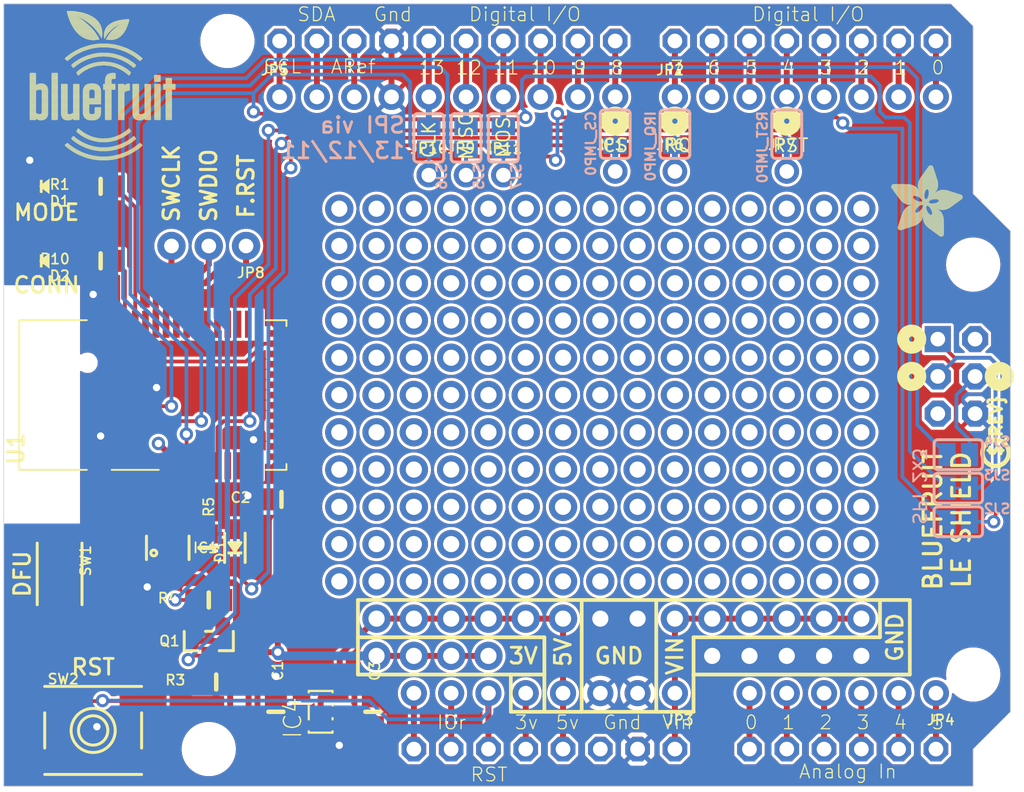
<source format=kicad_pcb>
(kicad_pcb (version 20221018) (generator pcbnew)
  (layers (0 "F.Cu" signal) (31 "B.Cu" signal) (34 "B.Paste" user) (35 "F.Paste" user) (36 "B.SilkS" user "B.Silkscreen") (37 "F.SilkS" user "F.Silkscreen") (38 "B.Mask" user) (39 "F.Mask" user) (44 "Edge.Cuts" user))
  (net 0 "")
  (net 1 "GND")
  (net 2 "RESET")
  (net 3 "N$11")
  (net 4 "N$12")
  (net 5 "N$14")
  (net 6 "N$15")
  (net 7 "N$16")
  (net 8 "N$17")
  (net 9 "VIN")
  (net 10 "IOREF")
  (net 11 "NC")
  (net 12 "A5")
  (net 13 "A4")
  (net 14 "A3")
  (net 15 "A2")
  (net 16 "A1")
  (net 17 "A0")
  (net 18 "SCL")
  (net 19 "SDA")
  (net 20 "AREF")
  (net 21 "N$36")
  (net 22 "N$37")
  (net 23 "DCC")
  (net 24 "DEC2")
  (net 25 "MOSI_3V")
  (net 26 "MISO")
  (net 27 "SCK_3V")
  (net 28 "BLE_CS_3V")
  (net 29 "BLE_IRQ")
  (net 30 "SWCLK")
  (net 31 "SWDIO/RST")
  (net 32 "MODE")
  (net 33 "CONNECTED")
  (net 34 "N$5")
  (net 35 "N$6")
  (net 36 "DFU")
  (net 37 "FCTRYRST")
  (net 38 "D8")
  (net 39 "D7")
  (net 40 "D4")
  (net 41 "MOSI_ICSP")
  (net 42 "SCK_ICSP")
  (net 43 "D13")
  (net 44 "D11")
  (net 45 "D12")
  (net 46 "MISO_ICSP")
  (net 47 "SCK")
  (net 48 "MOSI")
  (net 49 "3.3V")
  (net 50 "BLE_RST")
  (net 51 "BLE_CS")
  (net 52 "N$2")
  (net 53 "N$3")
  (net 54 "N$4")
  (net 55 "N$7")
  (net 56 "N$9")
  (net 57 "N$31")
  (net 58 "N$32")
  (net 59 "N$33")
  (net 60 "N$34")
  (net 61 "N$35")
  (net 62 "N$38")
  (net 63 "N$40")
  (net 64 "N$41")
  (net 65 "N$42")
  (net 66 "N$43")
  (net 67 "N$44")
  (net 68 "N$45")
  (net 69 "N$46")
  (net 70 "N$47")
  (net 71 "N$48")
  (net 72 "N$49")
  (net 73 "N$50")
  (net 74 "N$51")
  (net 75 "N$57")
  (net 76 "N$58")
  (net 77 "N$59")
  (net 78 "N$60")
  (net 79 "N$61")
  (net 80 "N$62")
  (net 81 "N$63")
  (net 82 "N$64")
  (net 83 "N$65")
  (net 84 "N$66")
  (net 85 "N$67")
  (net 86 "N$68")
  (net 87 "N$69")
  (net 88 "N$70")
  (net 89 "N$71")
  (net 90 "N$72")
  (net 91 "N$73")
  (net 92 "N$74")
  (net 93 "N$75")
  (net 94 "N$76")
  (net 95 "N$77")
  (net 96 "N$78")
  (net 97 "N$79")
  (net 98 "N$80")
  (net 99 "N$81")
  (net 100 "N$82")
  (net 101 "N$83")
  (net 102 "N$84")
  (net 103 "N$87")
  (net 104 "N$88")
  (net 105 "N$89")
  (net 106 "N$90")
  (net 107 "N$91")
  (net 108 "N$92")
  (net 109 "N$93")
  (net 110 "N$94")
  (net 111 "N$95")
  (net 112 "N$96")
  (net 113 "N$97")
  (net 114 "N$98")
  (net 115 "N$99")
  (net 116 "N$100")
  (net 117 "N$101")
  (net 118 "N$102")
  (net 119 "N$103")
  (net 120 "N$104")
  (net 121 "N$105")
  (net 122 "N$108")
  (net 123 "N$109")
  (net 124 "N$110")
  (net 125 "N$111")
  (net 126 "N$112")
  (net 127 "N$113")
  (net 128 "N$114")
  (net 129 "N$115")
  (net 130 "N$116")
  (net 131 "N$117")
  (net 132 "N$120")
  (net 133 "N$121")
  (net 134 "N$122")
  (net 135 "N$123")
  (net 136 "N$124")
  (net 137 "N$125")
  (net 138 "N$126")
  (net 139 "N$127")
  (net 140 "N$128")
  (net 141 "N$129")
  (net 142 "N$132")
  (net 143 "N$133")
  (net 144 "N$134")
  (net 145 "N$135")
  (net 146 "N$136")
  (net 147 "N$137")
  (net 148 "N$138")
  (net 149 "N$139")
  (net 150 "N$140")
  (net 151 "N$141")
  (net 152 "N$144")
  (net 153 "N$145")
  (net 154 "N$146")
  (net 155 "N$147")
  (net 156 "N$148")
  (net 157 "N$149")
  (net 158 "N$150")
  (net 159 "N$151")
  (net 160 "N$152")
  (net 161 "N$153")
  (net 162 "N$154")
  (net 163 "N$155")
  (net 164 "N$156")
  (net 165 "N$157")
  (net 166 "N$158")
  (net 167 "N$159")
  (net 168 "N$160")
  (net 169 "N$161")
  (net 170 "N$162")
  (net 171 "N$163")
  (net 172 "N$166")
  (net 173 "N$167")
  (net 174 "N$168")
  (net 175 "N$169")
  (net 176 "N$170")
  (net 177 "N$171")
  (net 178 "N$176")
  (net 179 "N$177")
  (net 180 "N$178")
  (net 181 "N$179")
  (net 182 "N$180")
  (net 183 "N$181")
  (net 184 "N$182")
  (net 185 "N$183")
  (net 186 "N$184")
  (net 187 "N$18")
  (net 188 "N$39")
  (net 189 "N$52")
  (net 190 "N$53")
  (net 191 "N$54")
  (net 192 "+5V")
  (net 193 "N$1")
  (net 194 "N$55")
  (net 195 "N$56")
  (net 196 "N$85")
  (net 197 "N$86")
  (net 198 "N$106")
  (net 199 "N$107")
  (net 200 "N$118")
  (net 201 "N$119")
  (net 202 "N$130")
  (net 203 "N$131")
  (net 204 "N$142")
  (net 205 "N$143")
  (net 206 "N$164")
  (net 207 "N$165")
  (net 208 "N$172")
  (net 209 "N$173")
  (net 210 "N$174")
  (net 211 "N$175")
  (net 212 "N$185")
  (net 213 "N$186")
  (net 214 "N$187")
  (net 215 "N$188")
  (net 216 "N$189")
  (net 217 "N$190")
  (net 218 "+3V")
  (footprint "" (layer "F.Cu") (at 180.2511 96.1136)
    (fp_text reference "@HOLE1" hide)
    (fp_text value "")
  )
  (footprint "working:BTN_KMR2_4.6X2.8" (layer "F.Cu") (at 118.0211 117.1956 -90)
    (fp_text reference "SW1")
    (fp_text value "KMR2")
  )
  (footprint "working:SOT23-6" (layer "F.Cu") (at 125.3871 115.4176)
    (fp_text reference "IC1")
    (fp_text value "74LVC2G34DBVR")
  )
  (footprint "working:BLUEFRUITLOGO_100MM" (layer "F.Cu") (at 115.9891 89.0016)
    (fp_text reference "U$8" hide)
    (fp_text value "" hide)
  )
  (footprint "working:0805-NO" (layer "F.Cu") (at 128.6891 124.5616 180)
    (fp_text reference "R3")
    (fp_text value "100K")
  )
  (footprint "working:EVQ-Q2" (layer "F.Cu") (at 120.3071 127.8636)
    (fp_text reference "SW2")
    (fp_text value "Tactile")
  )
  (footprint "working:SOT23-5L" (layer "F.Cu") (at 135.8011 126.5936 90)
    (fp_text reference "IC4")
    (fp_text value "MIC5225-3.3")
  )
  (footprint "working:1X01_ROUND" (layer "F.Cu") (at 167.5511 89.7636)
    (fp_text reference "JP7")
    (fp_text value "")
  )
  (footprint "working:0805-NO" (layer "F.Cu") (at 139.3571 126.5936 90)
    (fp_text reference "C3")
    (fp_text value "10uF")
  )
  (footprint "working:ARDUINOR3_ICSP_NODIM" (layer "F.Cu") (at 114.2111 131.6736)
    (fp_text reference "M1" hide)
    (fp_text value "ARDUINO_R3_ICSP_NODIM" hide)
  )
  (footprint "working:0805-NO" (layer "F.Cu") (at 120.8151 90.7796 180)
    (fp_text reference "R1")
    (fp_text value "2K")
  )
  (footprint "working:1X01_ROUND" (layer "F.Cu") (at 145.7071 90.0176)
    (fp_text reference "JP9")
    (fp_text value "")
  )
  (footprint "working:1X01_ROUND" (layer "F.Cu") (at 143.1671 90.0176)
    (fp_text reference "JP10")
    (fp_text value "")
  )
  (footprint "working:1X03_ROUND_76" (layer "F.Cu") (at 128.1811 94.8436 180)
    (fp_text reference "JP8")
    (fp_text value "SWDIO")
  )
  (footprint "working:FIDUCIAL_1MM" (layer "F.Cu") (at 177.9651 87.2236)
    (fp_text reference "FID1" hide)
    (fp_text value "FIDUCIAL\"\"" hide)
  )
  (footprint "working:PCBFEAT-REV-040" (layer "F.Cu") (at 181.7751 108.9406 90)
    (fp_text reference "U$21" hide)
    (fp_text value "" hide)
  )
  (footprint "working:BLE_MODULE_RAYTAC_MDBT40" (layer "F.Cu") (at 124.3711 105.0036 90)
    (fp_text reference "U1")
    (fp_text value "MBT40")
  )
  (footprint "working:ADAFRUIT_5MM" (layer "F.Cu") (at 174.6631 94.2086)
    (fp_text reference "U$9" hide)
    (fp_text value "" hide)
  )
  (footprint "" (layer "F.Cu") (at 128.1811 129.1336)
    (fp_text reference "@HOLE0" hide)
    (fp_text value "")
  )
  (footprint "" (layer "F.Cu") (at 180.2511 124.0536)
    (fp_text reference "@HOLE2" hide)
    (fp_text value "")
  )
  (footprint "working:0805-NO" (layer "F.Cu") (at 132.7531 126.5936 90)
    (fp_text reference "C1")
    (fp_text value "10uF")
  )
  (footprint "working:SOD-323" (layer "F.Cu") (at 129.9591 115.4176 90)
    (fp_text reference "D3")
    (fp_text value "1N4148")
  )
  (footprint "working:1X06_ROUND_70" (layer "F.Cu") (at 171.3611 125.3236 180)
    (fp_text reference "JP4")
    (fp_text value "")
  )
  (footprint "working:1X01_ROUND" (layer "F.Cu") (at 155.8671 89.7636)
    (fp_text reference "JP1")
    (fp_text value "")
  )
  (footprint "working:0805-NO" (layer "F.Cu") (at 133.1341 112.1156 180)
    (fp_text reference "C2")
    (fp_text value "1.0uF")
  )
  (footprint "working:0805-NO" (layer "F.Cu") (at 120.8151 95.8596 180)
    (fp_text reference "R10")
    (fp_text value "2K")
  )
  (footprint "working:1X10_ROUND70" (layer "F.Cu") (at 144.4371 84.6836)
    (fp_text reference "JP5")
    (fp_text value "")
  )
  (footprint "working:1X01_ROUND" (layer "F.Cu") (at 159.9311 89.7636)
    (fp_text reference "JP6")
    (fp_text value "")
  )
  (footprint "working:SOT23-WIDE" (layer "F.Cu") (at 128.1811 121.7676 180)
    (fp_text reference "Q1")
    (fp_text value "BSS138")
  )
  (footprint "working:FIDUCIAL_1MM" (layer "F.Cu") (at 179.7431 127.3556)
    (fp_text reference "FID2" hide)
    (fp_text value "FIDUCIAL\"\"" hide)
  )
  (footprint "working:1X08_ROUND_70" (layer "F.Cu") (at 168.8211 84.6836)
    (fp_text reference "JP2")
    (fp_text value "")
  )
  (footprint "working:1X01_ROUND" (layer "F.Cu") (at 148.2471 90.0176)
    (fp_text reference "JP11")
    (fp_text value "")
  )
  (footprint "working:CHIPLED_0805_NOOUTLINE" (layer "F.Cu") (at 117.0051 95.8596 90)
    (fp_text reference "D2")
    (fp_text value "BLUE")
  )
  (footprint "working:1X08_ROUND_70" (layer "F.Cu") (at 151.0411 125.3236 180)
    (fp_text reference "JP3")
    (fp_text value "")
  )
  (footprint "working:FIDUCIAL_1MM" (layer "F.Cu") (at 115.9891 80.4926)
    (fp_text reference "FID3" hide)
    (fp_text value "FIDUCIAL\"\"" hide)
  )
  (footprint "working:0805-NO" (layer "F.Cu") (at 128.1811 118.9736 180)
    (fp_text reference "R4")
    (fp_text value "100K")
  )
  (footprint "working:CHIPLED_0805_NOOUTLINE" (layer "F.Cu") (at 117.0051 90.7796 90)
    (fp_text reference "D1")
    (fp_text value "RED")
  )
  (footprint "" (layer "F.Cu") (at 129.4511 80.8736)
    (fp_text reference "@HOLE3" hide)
    (fp_text value "")
  )
  (footprint "working:0805-NO" (layer "F.Cu") (at 128.0541 115.4176 90)
    (fp_text reference "R5")
    (fp_text value "100K")
  )
  (footprint "working:SOLDERJUMPER_CLOSEDWIRE" (layer "B.Cu") (at 155.8671 87.2236 -90)
    (fp_text reference "CS_JMP0")
    (fp_text value "")
  )
  (footprint "working:SOLDERJUMPER_REFLOW_NOPASTE" (layer "B.Cu") (at 143.1671 87.4776 90)
    (fp_text reference "SJ6")
    (fp_text value "D13_SCLK")
  )
  (footprint "working:SOLDERJUMPER_REFLOW_NOPASTE" (layer "B.Cu") (at 148.2471 87.4776 90)
    (fp_text reference "SJ7")
    (fp_text value "D11_MOSI")
  )
  (footprint "working:SOLDERJUMPER_REFLOW_NOPASTE" (layer "B.Cu") (at 145.7071 87.4776 90)
    (fp_text reference "SJ5")
    (fp_text value "D12_MISO")
  )
  (footprint "working:SOLDERJUMPER_CLOSEDWIRE" (layer "B.Cu") (at 179.2351 113.6396 180)
    (fp_text reference "SJ2")
    (fp_text value "ICSP_MISO")
  )
  (footprint "working:SOLDERJUMPER_CLOSEDWIRE" (layer "B.Cu") (at 179.2351 111.3536 180)
    (fp_text reference "SJ3")
    (fp_text value "ISCP_SCLK")
  )
  (footprint "working:SOLDERJUMPER_CLOSEDWIRE" (layer "B.Cu") (at 159.9311 87.2236 -90)
    (fp_text reference "IRQ_JMP0")
    (fp_text value "")
  )
  (footprint "working:SOLDERJUMPER_CLOSEDWIRE" (layer "B.Cu") (at 167.5511 87.2236 -90)
    (fp_text reference "RST_JMP0")
    (fp_text value "")
  )
  (footprint "working:SOLDERJUMPER_CLOSEDWIRE" (layer "B.Cu") (at 179.2351 109.0676 180)
    (fp_text reference "SJ4")
    (fp_text value "ICSP_MOSI")
  )
  (gr_line (start 138.3411 124.0536) (end 148.7551 124.0536) (stroke (width 0.254)) (layer "F.SilkS"))
  (gr_line (start 153.5811 118.9736) (end 158.6611 118.9736) (stroke (width 0.254)) (layer "F.SilkS"))
  (gr_line (start 148.7551 126.5936) (end 151.0411 126.5936) (stroke (width 0.254)) (layer "F.SilkS"))
  (gr_line (start 151.0411 121.5136) (end 138.3411 121.5136) (stroke (width 0.254)) (layer "F.SilkS"))
  (gr_line (start 153.5811 118.9736) (end 138.3411 118.9736) (stroke (width 0.254)) (layer "F.SilkS"))
  (gr_circle (center 155.8671 86.3346) (end 156.046703 86.3346) (stroke (width 0.8128)) (fill none) (layer "F.SilkS"))
  (gr_circle (center 176.0601 103.7336) (end 176.239703 103.7336) (stroke (width 0.8128)) (fill none) (layer "F.SilkS"))
  (gr_line (start 161.2011 121.5136) (end 161.2011 124.0536) (stroke (width 0.254)) (layer "F.SilkS"))
  (gr_line (start 173.9011 118.9736) (end 173.9011 121.5136) (stroke (width 0.254)) (layer "F.SilkS"))
  (gr_line (start 148.7551 124.0536) (end 148.7551 126.5936) (stroke (width 0.254)) (layer "F.SilkS"))
  (gr_line (start 153.5811 126.5936) (end 153.5811 118.9736) (stroke (width 0.254)) (layer "F.SilkS"))
  (gr_circle (center 159.9311 86.3346) (end 160.110703 86.3346) (stroke (width 0.8128)) (fill none) (layer "F.SilkS"))
  (gr_line (start 151.0411 124.0536) (end 151.0411 126.5936) (stroke (width 0.254)) (layer "F.SilkS"))
  (gr_line (start 161.2011 126.5936) (end 158.6611 126.5936) (stroke (width 0.254)) (layer "F.SilkS"))
  (gr_line (start 175.9331 124.0536) (end 175.9331 118.9736) (stroke (width 0.254)) (layer "F.SilkS"))
  (gr_line (start 153.5811 126.5936) (end 158.6611 126.5936) (stroke (width 0.254)) (layer "F.SilkS"))
  (gr_line (start 173.9011 121.5136) (end 161.2011 121.5136) (stroke (width 0.254)) (layer "F.SilkS"))
  (gr_line (start 148.7551 124.0536) (end 151.0411 124.0536) (stroke (width 0.254)) (layer "F.SilkS"))
  (gr_line (start 175.9331 124.0536) (end 161.2011 124.0536) (stroke (width 0.254)) (layer "F.SilkS"))
  (gr_circle (center 176.0601 101.1936) (end 176.239703 101.1936) (stroke (width 0.8128)) (fill none) (layer "F.SilkS"))
  (gr_line (start 161.2011 124.0536) (end 161.2011 126.5936) (stroke (width 0.254)) (layer "F.SilkS"))
  (gr_circle (center 182.0291 103.7336) (end 182.208703 103.7336) (stroke (width 0.8128)) (fill none) (layer "F.SilkS"))
  (gr_circle (center 167.5511 86.3346) (end 167.730703 86.3346) (stroke (width 0.8128)) (fill none) (layer "F.SilkS"))
  (gr_line (start 175.9331 118.9736) (end 173.9011 118.9736) (stroke (width 0.254)) (layer "F.SilkS"))
  (gr_line (start 158.6611 118.9736) (end 173.9011 118.9736) (stroke (width 0.254)) (layer "F.SilkS"))
  (gr_line (start 151.0411 124.0536) (end 151.0411 121.5136) (stroke (width 0.254)) (layer "F.SilkS"))
  (gr_line (start 138.3411 121.5136) (end 138.3411 124.0536) (stroke (width 0.254)) (layer "F.SilkS"))
  (gr_line (start 158.6611 118.9736) (end 158.6611 126.5936) (stroke (width 0.254)) (layer "F.SilkS"))
  (gr_line (start 151.0411 126.5936) (end 153.5811 126.5936) (stroke (width 0.254)) (layer "F.SilkS"))
  (gr_line (start 138.3411 118.9736) (end 138.3411 121.5136) (stroke (width 0.254)) (layer "F.SilkS"))
  (gr_line (start 114.2111 131.6736) (end 180.2511 131.6736) (stroke (width 0.05)) (layer "Edge.Cuts"))
  (gr_line (start 182.7911 93.8276) (end 180.2511 91.2876) (stroke (width 0.05)) (layer "Edge.Cuts"))
  (gr_line (start 180.2511 131.6736) (end 180.2511 129.1336) (stroke (width 0.05)) (layer "Edge.Cuts"))
  (gr_line (start 182.7911 126.5936) (end 182.7911 93.8276) (stroke (width 0.05)) (layer "Edge.Cuts"))
  (gr_line (start 178.7271 78.3336) (end 114.2111 78.3336) (stroke (width 0.05)) (layer "Edge.Cuts"))
  (gr_line (start 180.2511 129.1336) (end 182.7911 126.5936) (stroke (width 0.05)) (layer "Edge.Cuts"))
  (gr_line (start 114.2111 78.3336) (end 114.2111 131.6736) (stroke (width 0.05)) (layer "Edge.Cuts"))
  (gr_line (start 180.2511 79.8576) (end 178.7271 78.3336) (stroke (width 0.05)) (layer "Edge.Cuts"))
  (gr_line (start 180.2511 91.2876) (end 180.2511 79.8576) (stroke (width 0.05)) (layer "Edge.Cuts"))
  (gr_text "SPI 2x3" (at 176.5681 111.2266 -90) (layer "B.SilkS") (effects (font (size 0.88392 0.88392) (thickness 0.13208)) (justify mirror)))
  (gr_text "SPI via\n13/12/11" (at 141.6431 87.4776) (layer "B.SilkS") (effects (font (size 1.0795 1.0795) (thickness 0.1905)) (justify left mirror)))
  (gr_text "RST" (at 120.3071 123.5456) (layer "F.SilkS") (effects (font (size 1.0795 1.0795) (thickness 0.1905))))
  (gr_text "MODE" (at 117.1321 92.5576) (layer "F.SilkS") (effects (font (size 1.0795 1.0795) (thickness 0.1905))))
  (gr_text "RST" (at 167.8051 87.9856) (layer "F.SilkS") (effects (font (size 0.89408 0.89408) (thickness 0.12192))))
  (gr_text "MOSI" (at 148.2471 87.2236 90) (layer "F.SilkS") (effects (font (size 0.89408 0.89408) (thickness 0.12192))))
  (gr_text "IRQ" (at 159.9311 87.9856) (layer "F.SilkS") (effects (font (size 0.89408 0.89408) (thickness 0.12192))))
  (gr_text "CLK" (at 143.1671 87.6046 90) (layer "F.SilkS") (effects (font (size 0.89408 0.89408) (thickness 0.12192))))
  (gr_text "SWCLK" (at 125.6411 93.3196 90) (layer "F.SilkS") (effects (font (size 1.0668 1.0668) (thickness 0.2032)) (justify left)))
  (gr_text "CS" (at 155.8671 87.9856) (layer "F.SilkS") (effects (font (size 0.89408 0.89408) (thickness 0.12192))))
  (gr_text "CONN" (at 117.1321 97.5106) (layer "F.SilkS") (effects (font (size 1.0795 1.0795) (thickness 0.1905))))
  (gr_text "5V" (at 152.3111 122.5296 90) (layer "F.SilkS") (effects (font (size 1.0795 1.0795) (thickness 0.1905))))
  (gr_text "BLUEFRUIT\nLE SHIELD" (at 178.4731 113.5126 90) (layer "F.SilkS") (effects (font (size 1.20904 1.20904) (thickness 0.21336))))
  (gr_text "VIN" (at 159.9311 122.7836 90) (layer "F.SilkS") (effects (font (size 1.0795 1.0795) (thickness 0.1905))))
  (gr_text "GND" (at 156.1211 122.7836) (layer "F.SilkS") (effects (font (size 1.0795 1.0795) (thickness 0.1905))))
  (gr_text "F.RST" (at 130.7211 93.0656 90) (layer "F.SilkS") (effects (font (size 1.0668 1.0668) (thickness 0.2032)) (justify left)))
  (gr_text "SWDIO" (at 128.1811 93.3196 90) (layer "F.SilkS") (effects (font (size 1.0668 1.0668) (thickness 0.2032)) (justify left)))
  (gr_text "MISO" (at 145.7071 87.3506 90) (layer "F.SilkS") (effects (font (size 0.89408 0.89408) (thickness 0.12192))))
  (gr_text "3V" (at 148.5011 122.7836) (layer "F.SilkS") (effects (font (size 1.0795 1.0795) (thickness 0.1905)) (justify left)))
  (gr_text "GND" (at 174.9171 123.2916 90) (layer "F.SilkS") (effects (font (size 1.0795 1.0795) (thickness 0.1905)) (justify left)))
  (gr_text "DFU" (at 115.4811 117.1956 90) (layer "F.SilkS") (effects (font (size 1.0795 1.0795) (thickness 0.1905))))
  (segment (start 140.6271 80.8736) (end 140.6271 84.6836) (width 0.4064) (layer "F.Cu") (net 1))
  (via (at 132.7531 124.1806) (size 0.9064) (drill 0.5) (layers "F.Cu" "B.Cu") (net 1))
  (via (at 167.5511 122.7836) (size 1.9304) (drill 1.1) (layers "F.Cu" "B.Cu") (net 1))
  (via (at 157.3911 120.2436) (size 1.9304) (drill 1.1) (layers "F.Cu" "B.Cu") (net 1))
  (via (at 124.6251 104.4956) (size 0.9064) (drill 0.5) (layers "F.Cu" "B.Cu") (net 1))
  (via (at 131.2291 108.0516) (size 0.9064) (drill 0.5) (layers "F.Cu" "B.Cu") (net 1))
  (via (at 120.5611 127.6096) (size 0.9064) (drill 0.5) (layers "F.Cu" "B.Cu") (net 1))
  (via (at 165.0111 122.7836) (size 1.9304) (drill 1.1) (layers "F.Cu" "B.Cu") (net 1))
  (via (at 120.3071 98.1456) (size 0.9064) (drill 0.5) (layers "F.Cu" "B.Cu") (net 1))
  (via (at 123.9901 118.0846) (size 0.9064) (drill 0.5) (layers "F.Cu" "B.Cu") (net 1))
  (via (at 120.8151 107.7976) (size 0.9064) (drill 0.5) (layers "F.Cu" "B.Cu") (net 1))
  (via (at 172.6311 122.7836) (size 1.9304) (drill 1.1) (layers "F.Cu" "B.Cu") (net 1))
  (via (at 130.8481 111.8616) (size 0.9064) (drill 0.5) (layers "F.Cu" "B.Cu") (net 1))
  (via (at 170.0911 122.7836) (size 1.9304) (drill 1.1) (layers "F.Cu" "B.Cu") (net 1))
  (via (at 162.4711 122.7836) (size 1.9304) (drill 1.1) (layers "F.Cu" "B.Cu") (net 1))
  (via (at 115.9891 89.0016) (size 0.9064) (drill 0.5) (layers "F.Cu" "B.Cu") (net 1))
  (via (at 154.8511 120.2436) (size 1.9304) (drill 1.1) (layers "F.Cu" "B.Cu") (net 1))
  (via (at 137.0711 128.8796) (size 0.9064) (drill 0.5) (layers "F.Cu" "B.Cu") (net 1))
  (segment (start 120.9741 125.8636) (end 120.9421 125.8316) (width 0.254) (layer "F.Cu") (net 2))
  (segment (start 116.9071 125.8636) (end 120.9101 125.8636) (width 0.254) (layer "F.Cu") (net 2))
  (segment (start 120.9101 125.8636) (end 120.9421 125.8316) (width 0.254) (layer "F.Cu") (net 2))
  (segment (start 147.2311 129.1336) (end 147.2311 125.3236) (width 0.4064) (layer "F.Cu") (net 2))
  (segment (start 123.7071 125.8636) (end 120.9741 125.8636) (width 0.254) (layer "F.Cu") (net 2))
  (via (at 120.9421 125.8316) (size 0.9064) (drill 0.5) (layers "F.Cu" "B.Cu") (net 2))
  (segment (start 120.9421 125.8316) (end 139.1031 125.8316) (width 0.254) (layer "B.Cu") (net 2))
  (segment (start 140.3731 127.1016) (end 146.7231 127.1016) (width 0.254) (layer "B.Cu") (net 2))
  (segment (start 146.7231 127.1016) (end 147.2311 126.5936) (width 0.254) (layer "B.Cu") (net 2))
  (segment (start 139.1031 125.8316) (end 140.3731 127.1016) (width 0.254) (layer "B.Cu") (net 2))
  (segment (start 147.2311 126.5936) (end 147.2311 125.3236) (width 0.254) (layer "B.Cu") (net 2))
  (segment (start 162.4711 80.8736) (end 162.4711 84.6836) (width 0.4064) (layer "F.Cu") (net 3))
  (segment (start 165.0111 80.8736) (end 165.0111 84.6836) (width 0.4064) (layer "F.Cu") (net 4))
  (segment (start 170.0911 80.8736) (end 170.0911 84.6836) (width 0.4064) (layer "F.Cu") (net 5))
  (segment (start 172.6311 80.8736) (end 172.6311 84.6836) (width 0.4064) (layer "F.Cu") (net 6))
  (segment (start 175.1711 80.8736) (end 175.1711 84.6836) (width 0.4064) (layer "F.Cu") (net 7))
  (segment (start 177.7111 80.8736) (end 177.7111 84.6836) (width 0.4064) (layer "F.Cu") (net 8))
  (segment (start 159.9311 120.2436) (end 162.4711 120.2436) (width 0.4064) (layer "F.Cu") (net 9))
  (segment (start 162.4711 120.2436) (end 165.0111 120.2436) (width 0.4064) (layer "F.Cu") (net 9))
  (segment (start 167.5511 120.2436) (end 170.0911 120.2436) (width 0.4064) (layer "F.Cu") (net 9))
  (segment (start 170.0911 120.2436) (end 172.6311 120.2436) (width 0.4064) (layer "F.Cu") (net 9))
  (segment (start 165.0111 120.2436) (end 167.5511 120.2436) (width 0.4064) (layer "F.Cu") (net 9))
  (segment (start 159.9311 125.3236) (end 159.9311 120.2436) (width 0.4064) (layer "F.Cu") (net 9))
  (segment (start 159.9311 125.3236) (end 159.9311 129.1336) (width 0.4064) (layer "F.Cu") (net 9))
  (via (at 162.4711 120.2436) (size 1.9304) (drill 1.1) (layers "F.Cu" "B.Cu") (net 9))
  (via (at 165.0111 120.2436) (size 1.9304) (drill 1.1) (layers "F.Cu" "B.Cu") (net 9))
  (via (at 170.0911 120.2436) (size 1.9304) (drill 1.1) (layers "F.Cu" "B.Cu") (net 9))
  (via (at 159.9311 120.2436) (size 1.9304) (drill 1.1) (layers "F.Cu" "B.Cu") (net 9))
  (via (at 167.5511 120.2436) (size 1.9304) (drill 1.1) (layers "F.Cu" "B.Cu") (net 9))
  (via (at 172.6311 120.2436) (size 1.9304) (drill 1.1) (layers "F.Cu" "B.Cu") (net 9))
  (segment (start 144.6911 125.3236) (end 144.6911 129.1336) (width 0.4064) (layer "F.Cu") (net 10))
  (segment (start 142.1511 125.3236) (end 142.1511 129.1336) (width 0.4064) (layer "F.Cu") (net 11))
  (segment (start 177.7111 129.1336) (end 177.7111 125.3236) (width 0.4064) (layer "F.Cu") (net 12))
  (segment (start 175.1711 125.3236) (end 175.1711 129.1336) (width 0.4064) (layer "F.Cu") (net 13))
  (segment (start 172.6311 125.3236) (end 172.6311 129.1336) (width 0.4064) (layer "F.Cu") (net 14))
  (segment (start 170.0911 125.3236) (end 170.0911 129.1336) (width 0.4064) (layer "F.Cu") (net 15))
  (segment (start 167.5511 125.3236) (end 167.5511 129.1336) (width 0.4064) (layer "F.Cu") (net 16))
  (segment (start 165.0111 125.3236) (end 165.0111 129.1336) (width 0.4064) (layer "F.Cu") (net 17))
  (segment (start 133.0071 84.6836) (end 133.0071 80.8736) (width 0.4064) (layer "F.Cu") (net 18))
  (segment (start 135.5471 84.6836) (end 135.5471 80.8736) (width 0.4064) (layer "F.Cu") (net 19))
  (segment (start 138.0871 84.6836) (end 138.0871 80.8736) (width 0.4064) (layer "F.Cu") (net 20))
  (segment (start 150.7871 80.8736) (end 150.7871 84.6836) (width 0.4064) (layer "F.Cu") (net 21))
  (segment (start 153.3271 80.8736) (end 153.3271 84.6836) (width 0.4064) (layer "F.Cu") (net 22))
  (segment (start 127.3711 113.0836) (end 127.3711 109.8286) (width 0.254) (layer "F.Cu") (net 25))
  (segment (start 126.3371 114.1176) (end 127.3711 113.0836) (width 0.254) (layer "F.Cu") (net 25))
  (segment (start 145.7071 88.7476) (end 145.7071 90.0176) (width 0.254) (layer "F.Cu") (net 26))
  (segment (start 151.8031 89.0016) (end 151.5491 88.7476) (width 0.254) (layer "F.Cu") (net 26))
  (segment (start 151.5491 88.7476) (end 145.7071 88.7476) (width 0.254) (layer "F.Cu") (net 26))
  (segment (start 126.6711 109.8286) (end 126.6711 107.6846) (width 0.254) (layer "F.Cu") (net 26))
  (segment (start 126.6711 107.6846) (end 126.6571 107.6706) (width 0.254) (layer "F.Cu") (net 26))
  (segment (start 152.0571 86.0806) (end 151.9301 85.9536) (width 0.254) (layer "F.Cu") (net 26))
  (segment (start 151.9301 85.9536) (end 151.9301 85.8266) (width 0.254) (layer "F.Cu") (net 26))
  (segment (start 170.9801 86.0806) (end 152.0571 86.0806) (width 0.254) (layer "F.Cu") (net 26))
  (segment (start 171.3611 86.4616) (end 170.9801 86.0806) (width 0.254) (layer "F.Cu") (net 26))
  (via (at 171.3611 86.4616) (size 0.9064) (drill 0.5) (layers "F.Cu" "B.Cu") (net 26))
  (via (at 151.8031 89.0016) (size 0.9064) (drill 0.5) (layers "F.Cu" "B.Cu") (net 26))
  (via (at 151.9301 85.8266) (size 0.9064) (drill 0.5) (layers "F.Cu" "B.Cu") (net 26))
  (via (at 126.6571 107.6706) (size 0.9064) (drill 0.5) (layers "F.Cu" "B.Cu") (net 26))
  (segment (start 125.1331 83.9216) (end 130.9751 83.9216) (width 0.254) (layer "B.Cu") (net 26))
  (segment (start 175.4251 86.8426) (end 171.7421 86.8426) (width 0.254) (layer "B.Cu") (net 26))
  (segment (start 126.6571 107.6706) (end 126.6571 101.9556) (width 0.254) (layer "B.Cu") (net 26))
  (segment (start 171.7421 86.8426) (end 171.3611 86.4616) (width 0.254) (layer "B.Cu") (net 26))
  (segment (start 151.9301 85.8266) (end 151.9301 88.8746) (width 0.254) (layer "B.Cu") (net 26))
  (segment (start 132.2451 82.6516) (end 143.9291 82.6516) (width 0.254) (layer "B.Cu") (net 26))
  (segment (start 144.6911 88.2396) (end 145.7071 88.2396) (width 0.254) (layer "B.Cu") (net 26))
  (segment (start 122.8471 86.2076) (end 125.1331 83.9216) (width 0.254) (layer "B.Cu") (net 26))
  (segment (start 151.9301 88.8746) (end 151.8031 89.0016) (width 0.254) (layer "B.Cu") (net 26))
  (segment (start 122.8471 98.1456) (end 122.8471 86.2076) (width 0.254) (layer "B.Cu") (net 26))
  (segment (start 144.4371 83.1596) (end 144.4371 87.9856) (width 0.254) (layer "B.Cu") (net 26))
  (segment (start 144.4371 87.9856) (end 144.6911 88.2396) (width 0.254) (layer "B.Cu") (net 26))
  (segment (start 175.4251 110.5916) (end 175.4251 86.8426) (width 0.254) (layer "B.Cu") (net 26))
  (segment (start 178.4731 113.6396) (end 175.4251 110.5916) (width 0.254) (layer "B.Cu") (net 26))
  (segment (start 145.7071 90.0176) (end 145.7071 88.2396) (width 0.254) (layer "B.Cu") (net 26))
  (segment (start 126.6571 101.9556) (end 122.8471 98.1456) (width 0.254) (layer "B.Cu") (net 26))
  (segment (start 130.9751 83.9216) (end 132.2451 82.6516) (width 0.254) (layer "B.Cu") (net 26))
  (segment (start 143.9291 82.6516) (end 144.4371 83.1596) (width 0.254) (layer "B.Cu") (net 26))
  (segment (start 124.4371 114.1176) (end 124.4371 111.5466) (width 0.254) (layer "F.Cu") (net 27))
  (segment (start 125.9711 108.2546) (end 125.9711 109.8286) (width 0.254) (layer "F.Cu") (net 27))
  (segment (start 123.8631 107.7976) (end 124.2441 107.4166) (width 0.254) (layer "F.Cu") (net 27))
  (segment (start 123.8631 110.9726) (end 123.8631 107.7976) (width 0.254) (layer "F.Cu") (net 27))
  (segment (start 124.2441 107.4166) (end 125.1331 107.4166) (width 0.254) (layer "F.Cu") (net 27))
  (segment (start 125.1331 107.4166) (end 125.9711 108.2546) (width 0.254) (layer "F.Cu") (net 27))
  (segment (start 124.4371 111.5466) (end 123.8631 110.9726) (width 0.254) (layer "F.Cu") (net 27))
  (segment (start 128.0541 114.4676) (end 129.6391 114.4676) (width 0.254) (layer "F.Cu") (net 28))
  (segment (start 129.6391 114.4676) (end 129.9591 114.1476) (width 0.254) (layer "F.Cu") (net 28))
  (segment (start 128.0711 114.4506) (end 128.0541 114.4676) (width 0.254) (layer "F.Cu") (net 28))
  (segment (start 128.0711 109.8286) (end 128.0711 114.4506) (width 0.254) (layer "F.Cu") (net 28))
  (segment (start 133.5151 87.4776) (end 133.1341 87.8586) (width 0.254) (layer "F.Cu") (net 29))
  (segment (start 130.9751 106.7816) (end 129.1971 106.7816) (width 0.254) (layer "F.Cu") (net 29))
  (segment (start 128.7711 109.8286) (end 128.7711 107.2076) (width 0.254) (layer "F.Cu") (net 29))
  (segment (start 159.9311 87.4776) (end 133.5151 87.4776) (width 0.254) (layer "F.Cu") (net 29))
  (segment (start 129.1971 106.7816) (end 128.7711 107.2076) (width 0.254) (layer "F.Cu") (net 29))
  (segment (start 159.9311 89.7636) (end 159.9311 87.4776) (width 0.254) (layer "F.Cu") (net 29))
  (via (at 133.1341 87.8586) (size 0.9064) (drill 0.5) (layers "F.Cu" "B.Cu") (net 29))
  (via (at 130.9751 106.7816) (size 0.9064) (drill 0.5) (layers "F.Cu" "B.Cu") (net 29))
  (segment (start 132.7531 88.2396) (end 132.7531 96.3676) (width 0.254) (layer "B.Cu") (net 29))
  (segment (start 132.7531 96.3676) (end 130.9751 98.1456) (width 0.254) (layer "B.Cu") (net 29))
  (segment (start 130.9751 98.1456) (end 130.9751 106.7816) (width 0.254) (layer "B.Cu") (net 29))
  (segment (start 159.9311 87.9856) (end 159.9311 89.7636) (width 0.4064) (layer "B.Cu") (net 29))
  (segment (start 133.1341 87.8586) (end 132.7531 88.2396) (width 0.254) (layer "B.Cu") (net 29))
  (segment (start 124.5711 97.1836) (end 125.6411 96.1136) (width 0.4064) (layer "F.Cu") (net 30))
  (segment (start 125.6411 96.1136) (end 125.6411 94.8436) (width 0.4064) (layer "F.Cu") (net 30))
  (segment (start 124.5711 100.1786) (end 124.5711 97.1836) (width 0.4064) (layer "F.Cu") (net 30))
  (segment (start 127.2311 118.9736) (end 127.2311 120.7676) (width 0.254) (layer "F.Cu") (net 31))
  (segment (start 127.6731 96.6216) (end 128.1811 96.1136) (width 0.4064) (layer "F.Cu") (net 31))
  (segment (start 125.2711 100.1786) (end 125.2711 97.4996) (width 0.4064) (layer "F.Cu") (net 31))
  (segment (start 126.1491 96.6216) (end 127.6731 96.6216) (width 0.4064) (layer "F.Cu") (net 31))
  (segment (start 125.8951 118.9736) (end 127.2311 118.9736) (width 0.254) (layer "F.Cu") (net 31))
  (segment (start 128.1811 96.1136) (end 128.1811 94.8436) (width 0.4064) (layer "F.Cu") (net 31))
  (segment (start 125.2711 97.4996) (end 126.1491 96.6216) (width 0.4064) (layer "F.Cu") (net 31))
  (via (at 125.8951 118.9736) (size 0.9064) (drill 0.5) (layers "F.Cu" "B.Cu") (net 31))
  (segment (start 128.9431 100.6856) (end 128.1811 99.9236) (width 0.254) (layer "B.Cu") (net 31))
  (segment (start 128.1811 99.9236) (end 128.1811 94.8436) (width 0.254) (layer "B.Cu") (net 31))
  (segment (start 128.9431 100.6856) (end 128.9431 115.9256) (width 0.254) (layer "B.Cu") (net 31))
  (segment (start 128.9431 115.9256) (end 125.8951 118.9736) (width 0.254) (layer "B.Cu") (net 31))
  (segment (start 123.1711 92.1856) (end 121.7651 90.7796) (width 0.254) (layer "F.Cu") (net 32))
  (segment (start 123.1711 100.1786) (end 123.1711 92.1856) (width 0.254) (layer "F.Cu") (net 32))
  (segment (start 122.4711 100.1786) (end 122.4711 96.5656) (width 0.254) (layer "F.Cu") (net 33))
  (segment (start 122.4711 96.5656) (end 121.7651 95.8596) (width 0.254) (layer "F.Cu") (net 33))
  (segment (start 119.8651 90.7796) (end 118.0551 90.7796) (width 0.254) (layer "F.Cu") (net 34))
  (segment (start 119.8651 95.8596) (end 118.0551 95.8596) (width 0.254) (layer "F.Cu") (net 35))
  (segment (start 125.1331 102.7176) (end 122.3391 105.5116) (width 0.254) (layer "F.Cu") (net 36))
  (segment (start 130.7211 102.7176) (end 125.1331 102.7176) (width 0.254) (layer "F.Cu") (net 36))
  (segment (start 118.8211 115.1456) (end 118.8211 119.2456) (width 0.254) (layer "F.Cu") (net 36))
  (segment (start 118.8211 115.1456) (end 122.3391 111.6276) (width 0.254) (layer "F.Cu") (net 36))
  (segment (start 131.9351 101.5036) (end 130.7211 102.7176) (width 0.254) (layer "F.Cu") (net 36))
  (segment (start 133.1961 101.5036) (end 131.9351 101.5036) (width 0.254) (layer "F.Cu") (net 36))
  (segment (start 122.3391 105.5116) (end 122.3391 111.6276) (width 0.254) (layer "F.Cu") (net 36))
  (segment (start 125.9711 100.1786) (end 125.9711 97.8156) (width 0.4064) (layer "F.Cu") (net 37))
  (segment (start 130.7211 96.3676) (end 130.7211 94.8436) (width 0.4064) (layer "F.Cu") (net 37))
  (segment (start 128.6891 96.6216) (end 130.4671 96.6216) (width 0.4064) (layer "F.Cu") (net 37))
  (segment (start 125.9711 97.8156) (end 126.4031 97.3836) (width 0.4064) (layer "F.Cu") (net 37))
  (segment (start 126.4031 97.3836) (end 127.9271 97.3836) (width 0.4064) (layer "F.Cu") (net 37))
  (segment (start 130.4671 96.6216) (end 130.7211 96.3676) (width 0.4064) (layer "F.Cu") (net 37))
  (segment (start 127.9271 97.3836) (end 128.6891 96.6216) (width 0.4064) (layer "F.Cu") (net 37))
  (segment (start 155.8671 80.8736) (end 155.8671 84.6836) (width 0.4064) (layer "F.Cu") (net 38))
  (segment (start 155.8671 84.6836) (end 155.8671 86.4616) (width 0.4064) (layer "B.Cu") (net 38))
  (segment (start 159.9311 80.8736) (end 159.9311 84.6836) (width 0.4064) (layer "F.Cu") (net 39))
  (segment (start 159.9311 84.6836) (end 159.9311 86.4616) (width 0.4064) (layer "B.Cu") (net 39))
  (segment (start 167.5511 80.8736) (end 167.5511 84.6836) (width 0.4064) (layer "F.Cu") (net 40))
  (segment (start 167.5511 84.6836) (end 167.5511 86.4616) (width 0.4064) (layer "B.Cu") (net 40))
  (segment (start 179.1081 107.1626) (end 179.1081 105.0036) (width 0.254) (layer "B.Cu") (net 41))
  (segment (start 179.1081 105.0036) (end 180.3781 103.7336) (width 0.254) (layer "B.Cu") (net 41))
  (segment (start 179.9971 109.0676) (end 179.9971 108.0516) (width 0.254) (layer "B.Cu") (net 41))
  (segment (start 179.9971 108.0516) (end 179.1081 107.1626) (width 0.254) (layer "B.Cu") (net 41))
  (segment (start 180.6321 111.3536) (end 181.7751 110.2106) (width 0.254) (layer "B.Cu") (net 42))
  (segment (start 179.9971 111.3536) (end 180.6321 111.3536) (width 0.254) (layer "B.Cu") (net 42))
  (segment (start 181.3941 102.4636) (end 179.1081 102.4636) (width 0.254) (layer "B.Cu") (net 42))
  (segment (start 179.1081 102.4636) (end 177.8381 103.7336) (width 0.254) (layer "B.Cu") (net 42))
  (segment (start 181.7751 102.8446) (end 181.3941 102.4636) (width 0.254) (layer "B.Cu") (net 42))
  (segment (start 181.7751 110.2106) (end 181.7751 102.8446) (width 0.254) (layer "B.Cu") (net 42))
  (segment (start 143.1671 80.8736) (end 143.1671 84.6836) (width 0.4064) (layer "F.Cu") (net 43))
  (segment (start 143.1671 84.6836) (end 143.1671 86.7156) (width 0.4064) (layer "B.Cu") (net 43))
  (segment (start 148.2471 80.8736) (end 148.2471 84.6836) (width 0.4064) (layer "F.Cu") (net 44))
  (segment (start 148.2471 84.6836) (end 148.2471 86.7156) (width 0.4064) (layer "B.Cu") (net 44))
  (segment (start 145.7071 80.8736) (end 145.7071 84.6836) (width 0.4064) (layer "F.Cu") (net 45))
  (segment (start 145.7071 84.6836) (end 145.7071 86.7156) (width 0.4064) (layer "B.Cu") (net 45))
  (segment (start 181.6481 113.6396) (end 181.7751 113.5126) (width 0.254) (layer "F.Cu") (net 46))
  (segment (start 181.7751 113.5126) (end 181.7751 102.8446) (width 0.254) (layer "F.Cu") (net 46))
  (segment (start 177.8381 101.3206) (end 177.8381 101.1936) (width 0.254) (layer "F.Cu") (net 46))
  (segment (start 181.3941 102.4636) (end 178.9811 102.4636) (width 0.254) (layer "F.Cu") (net 46))
  (segment (start 181.7751 102.8446) (end 181.3941 102.4636) (width 0.254) (layer "F.Cu") (net 46))
  (segment (start 178.9811 102.4636) (end 177.8381 101.3206) (width 0.254) (layer "F.Cu") (net 46))
  (via (at 181.6481 113.6396) (size 0.9064) (drill 0.5) (layers "F.Cu" "B.Cu") (net 46))
  (segment (start 179.9971 113.6396) (end 181.6481 113.6396) (width 0.254) (layer "B.Cu") (net 46))
  (segment (start 123.3551 115.6356) (end 124.4371 116.7176) (width 0.254) (layer "F.Cu") (net 47))
  (segment (start 149.6441 86.2076) (end 149.7711 86.0806) (width 0.254) (layer "F.Cu") (net 47))
  (segment (start 131.2291 85.6996) (end 131.3561 85.8266) (width 0.254) (layer "F.Cu") (net 47))
  (segment (start 124.1171 106.7816) (end 123.3551 107.5436) (width 0.254) (layer "F.Cu") (net 47))
  (segment (start 123.3551 107.5436) (end 123.3551 115.6356) (width 0.254) (layer "F.Cu") (net 47))
  (segment (start 132.8801 86.2076) (end 149.6441 86.2076) (width 0.254) (layer "F.Cu") (net 47))
  (segment (start 127.6731 106.7816) (end 124.1171 106.7816) (width 0.254) (layer "F.Cu") (net 47))
  (segment (start 132.4991 85.8266) (end 132.8801 86.2076) (width 0.254) (layer "F.Cu") (net 47))
  (segment (start 131.3561 85.8266) (end 132.4991 85.8266) (width 0.254) (layer "F.Cu") (net 47))
  (via (at 131.2291 85.6996) (size 0.9064) (drill 0.5) (layers "F.Cu" "B.Cu") (net 47))
  (via (at 127.6731 106.7816) (size 0.9064) (drill 0.5) (layers "F.Cu" "B.Cu") (net 47))
  (via (at 149.7711 86.0806) (size 0.9064) (drill 0.5) (layers "F.Cu" "B.Cu") (net 47))
  (segment (start 173.9011 83.9216) (end 173.2661 83.2866) (width 0.254) (layer "B.Cu") (net 47))
  (segment (start 141.8971 83.6676) (end 141.3891 83.1596) (width 0.254) (layer "B.Cu") (net 47))
  (segment (start 143.1671 88.2396) (end 143.1671 90.0176) (width 0.254) (layer "B.Cu") (net 47))
  (segment (start 141.8971 87.9856) (end 141.8971 83.6676) (width 0.254) (layer "B.Cu") (net 47))
  (segment (start 127.6731 106.7816) (end 127.6731 102.2096) (width 0.254) (layer "B.Cu") (net 47))
  (segment (start 149.7711 86.0806) (end 149.7711 85.6996) (width 0.254) (layer "B.Cu") (net 47))
  (segment (start 132.4991 83.1596) (end 131.2291 84.4296) (width 0.254) (layer "B.Cu") (net 47))
  (segment (start 175.9331 108.8136) (end 175.9331 86.4616) (width 0.254) (layer "B.Cu") (net 47))
  (segment (start 141.3891 83.1596) (end 132.4991 83.1596) (width 0.254) (layer "B.Cu") (net 47))
  (segment (start 173.9011 85.6996) (end 173.9011 83.9216) (width 0.254) (layer "B.Cu") (net 47))
  (segment (start 149.5171 83.5406) (end 149.7711 83.2866) (width 0.254) (layer "B.Cu") (net 47))
  (segment (start 175.5521 86.0806) (end 174.2821 86.0806) (width 0.254) (layer "B.Cu") (net 47))
  (segment (start 123.3551 97.8916) (end 123.3551 86.4616) (width 0.254) (layer "B.Cu") (net 47))
  (segment (start 149.5171 85.4456) (end 149.5171 83.5406) (width 0.254) (layer "B.Cu") (net 47))
  (segment (start 173.2661 83.2866) (end 149.7711 83.2866) (width 0.254) (layer "B.Cu") (net 47))
  (segment (start 149.7711 85.6996) (end 149.5171 85.4456) (width 0.254) (layer "B.Cu") (net 47))
  (segment (start 141.8971 87.9856) (end 142.1511 88.2396) (width 0.254) (layer "B.Cu") (net 47))
  (segment (start 125.3871 84.4296) (end 131.2291 84.4296) (width 0.254) (layer "B.Cu") (net 47))
  (segment (start 175.9331 86.4616) (end 175.5521 86.0806) (width 0.254) (layer "B.Cu") (net 47))
  (segment (start 142.1511 88.2396) (end 143.1671 88.2396) (width 0.254) (layer "B.Cu") (net 47))
  (segment (start 127.6731 102.2096) (end 123.3551 97.8916) (width 0.254) (layer "B.Cu") (net 47))
  (segment (start 123.3551 86.4616) (end 125.3871 84.4296) (width 0.254) (layer "B.Cu") (net 47))
  (segment (start 174.2821 86.0806) (end 173.9011 85.6996) (width 0.254) (layer "B.Cu") (net 47))
  (segment (start 178.4731 111.3536) (end 175.9331 108.8136) (width 0.254) (layer "B.Cu") (net 47))
  (segment (start 131.2291 84.4296) (end 131.2291 85.6996) (width 0.254) (layer "B.Cu") (net 47))
  (segment (start 124.3711 105.7656) (end 122.8471 107.2896) (width 0.254) (layer "F.Cu") (net 48))
  (segment (start 122.8471 107.2896) (end 122.8471 118.3386) (width 0.254) (layer "F.Cu") (net 48))
  (segment (start 125.6411 105.7656) (end 124.3711 105.7656) (width 0.254) (layer "F.Cu") (net 48))
  (segment (start 126.3371 117.3886) (end 126.3371 116.7176) (width 0.254) (layer "F.Cu") (net 48))
  (segment (start 122.8471 118.3386) (end 123.7361 119.2276) (width 0.254) (layer "F.Cu") (net 48))
  (segment (start 124.4981 119.2276) (end 126.3371 117.3886) (width 0.254) (layer "F.Cu") (net 48))
  (segment (start 123.7361 119.2276) (end 124.4981 119.2276) (width 0.254) (layer "F.Cu") (net 48))
  (via (at 125.6411 105.7656) (size 0.9064) (drill 0.5) (layers "F.Cu" "B.Cu") (net 48))
  (segment (start 122.3391 85.9536) (end 122.3391 98.3996) (width 0.254) (layer "B.Cu") (net 48))
  (segment (start 131.9911 82.1436) (end 130.7211 83.4136) (width 0.254) (layer "B.Cu") (net 48))
  (segment (start 146.9771 82.6516) (end 146.4691 82.1436) (width 0.254) (layer "B.Cu") (net 48))
  (segment (start 130.7211 83.4136) (end 124.8791 83.4136) (width 0.254) (layer "B.Cu") (net 48))
  (segment (start 175.6791 82.6516) (end 146.9771 82.6516) (width 0.254) (layer "B.Cu") (net 48))
  (segment (start 148.2471 90.0176) (end 148.2471 88.2396) (width 0.254) (layer "B.Cu") (net 48))
  (segment (start 148.2471 88.2396) (end 147.2311 88.2396) (width 0.254) (layer "B.Cu") (net 48))
  (segment (start 176.4411 83.4136) (end 175.6791 82.6516) (width 0.254) (layer "B.Cu") (net 48))
  (segment (start 124.8791 83.4136) (end 122.3391 85.9536) (width 0.254) (layer "B.Cu") (net 48))
  (segment (start 147.2311 88.2396) (end 146.9771 87.9856) (width 0.254) (layer "B.Cu") (net 48))
  (segment (start 146.9771 87.9856) (end 146.9771 82.6516) (width 0.254) (layer "B.Cu") (net 48))
  (segment (start 122.3391 98.3996) (end 125.6411 101.7016) (width 0.254) (layer "B.Cu") (net 48))
  (segment (start 176.4411 107.0356) (end 176.4411 83.4136) (width 0.254) (layer "B.Cu") (net 48))
  (segment (start 146.4691 82.1436) (end 131.9911 82.1436) (width 0.254) (layer "B.Cu") (net 48))
  (segment (start 178.4731 109.0676) (end 176.4411 107.0356) (width 0.254) (layer "B.Cu") (net 48))
  (segment (start 125.6411 101.7016) (end 125.6411 105.7656) (width 0.254) (layer "B.Cu") (net 48))
  (segment (start 129.1971 118.0846) (end 129.1971 118.9076) (width 0.254) (layer "F.Cu") (net 49))
  (segment (start 131.7981 127.5436) (end 130.8931 126.6386) (width 0.4064) (layer "F.Cu") (net 49))
  (segment (start 128.2421 116.4336) (end 128.1761 116.3676) (width 0.254) (layer "F.Cu") (net 49))
  (segment (start 134.0841 112.4356) (end 132.8801 113.6396) (width 0.4064) (layer "F.Cu") (net 49))
  (segment (start 125.2711 114.0016) (end 125.2711 109.8286) (width 0.254) (layer "F.Cu") (net 49))
  (segment (start 132.7531 127.5436) (end 131.7981 127.5436) (width 0.4064) (layer "F.Cu") (net 49))
  (segment (start 125.6411 115.5446) (end 127.5461 115.5446) (width 0.254) (layer "F.Cu") (net 49))
  (segment (start 128.1761 116.3676) (end 128.0541 116.3676) (width 0.254) (layer "F.Cu") (net 49))
  (segment (start 129.1311 118.9736) (end 129.1311 120.7676) (width 0.254) (layer "F.Cu") (net 49))
  (segment (start 134.7851 111.4146) (end 134.0841 112.1156) (width 0.4064) (layer "F.Cu") (net 49))
  (segment (start 130.8931 122.5296) (end 132.8801 122.5296) (width 0.4064) (layer "F.Cu") (net 49))
  (segment (start 134.7851 111.4146) (end 134.7851 108.5036) (width 0.4064) (layer "F.Cu") (net 49))
  (segment (start 125.3871 114.1176) (end 125.2711 114.0016) (width 0.254) (layer "F.Cu") (net 49))
  (segment (start 128.0541 116.3676) (end 128.0541 116.9416) (width 0.254) (layer "F.Cu") (net 49))
  (segment (start 144.6911 122.7836) (end 142.1511 122.7836) (width 0.4064) (layer "F.Cu") (net 49))
  (segment (start 130.8931 126.6386) (end 130.8931 122.5296) (width 0.4064) (layer "F.Cu") (net 49))
  (segment (start 125.3871 114.1176) (end 125.3871 115.2906) (width 0.254) (layer "F.Cu") (net 49))
  (segment (start 134.0841 112.1156) (end 134.0841 112.4356) (width 0.4064) (layer "F.Cu") (net 49))
  (segment (start 134.5011 127.5436) (end 132.7531 127.5436) (width 0.4064) (layer "F.Cu") (net 49))
  (segment (start 125.3871 115.2906) (end 125.6411 115.5446) (width 0.254) (layer "F.Cu") (net 49))
  (segment (start 129.1311 120.7676) (end 130.8931 122.5296) (width 0.4064) (layer "F.Cu") (net 49))
  (segment (start 125.2711 109.8286) (end 125.2711 108.8246) (width 0.4064) (layer "F.Cu") (net 49))
  (segment (start 128.4351 116.4336) (end 128.2421 116.4336) (width 0.254) (layer "F.Cu") (net 49))
  (segment (start 132.7531 127.5436) (end 132.8801 127.4166) (width 0.6096) (layer "F.Cu") (net 49))
  (segment (start 129.1971 118.9076) (end 129.1311 118.9736) (width 0.254) (layer "F.Cu") (net 49))
  (segment (start 128.0541 116.0526) (end 128.0541 116.3676) (width 0.254) (layer "F.Cu") (net 49))
  (segment (start 147.2311 122.7836) (end 144.6911 122.7836) (width 0.4064) (layer "F.Cu") (net 49))
  (segment (start 127.5461 115.5446) (end 128.0541 116.0526) (width 0.254) (layer "F.Cu") (net 49))
  (segment (start 142.1511 122.7836) (end 139.6111 122.7836) (width 0.4064) (layer "F.Cu") (net 49))
  (segment (start 125.2711 108.8246) (end 124.7521 108.3056) (width 0.4064) (layer "F.Cu") (net 49))
  (segment (start 128.0541 116.9416) (end 129.1971 118.0846) (width 0.254) (layer "F.Cu") (net 49))
  (segment (start 132.8801 113.6396) (end 132.8801 122.5296) (width 0.4064) (layer "F.Cu") (net 49))
  (segment (start 133.1961 108.5036) (end 134.7851 108.5036) (width 0.4064) (layer "F.Cu") (net 49))
  (via (at 132.8801 122.5296) (size 0.9064) (drill 0.5) (layers "F.Cu" "B.Cu") (net 49))
  (via (at 139.6111 122.7836) (size 1.9304) (drill 1.1) (layers "F.Cu" "B.Cu") (net 49))
  (via (at 144.6911 122.7836) (size 1.9304) (drill 1.1) (layers "F.Cu" "B.Cu") (net 49))
  (via (at 142.1511 122.7836) (size 1.9304) (drill 1.1) (layers "F.Cu" "B.Cu") (net 49))
  (via (at 124.7521 108.3056) (size 0.9064) (drill 0.5) (layers "F.Cu" "B.Cu") (net 49))
  (via (at 147.2311 122.7836) (size 1.9304) (drill 1.1) (layers "F.Cu" "B.Cu") (net 49))
  (segment (start 132.8801 122.5296) (end 132.8801 122.7836) (width 0.6096) (layer "B.Cu") (net 49))
  (segment (start 132.8801 122.7836) (end 139.6111 122.7836) (width 0.6096) (layer "B.Cu") (net 49))
  (segment (start 127.0541 122.7676) (end 128.1811 122.7676) (width 0.254) (layer "F.Cu") (net 50))
  (segment (start 132.2451 86.9696) (end 167.0431 86.9696) (width 0.254) (layer "F.Cu") (net 50))
  (segment (start 127.7391 123.2096) (end 128.1811 122.7676) (width 0.254) (layer "F.Cu") (net 50))
  (segment (start 127.7391 124.5616) (end 127.7391 123.2096) (width 0.254) (layer "F.Cu") (net 50))
  (segment (start 167.5511 87.4776) (end 167.5511 89.7636) (width 0.254) (layer "F.Cu") (net 50))
  (segment (start 167.0431 86.9696) (end 167.5511 87.4776) (width 0.254) (layer "F.Cu") (net 50))
  (segment (start 126.7841 123.0376) (end 127.0541 122.7676) (width 0.254) (layer "F.Cu") (net 50))
  (via (at 126.7841 123.0376) (size 0.9064) (drill 0.5) (layers "F.Cu" "B.Cu") (net 50))
  (via (at 132.2451 86.9696) (size 0.9064) (drill 0.5) (layers "F.Cu" "B.Cu") (net 50))
  (segment (start 167.5511 87.9856) (end 167.5511 89.7636) (width 0.4064) (layer "B.Cu") (net 50))
  (segment (start 129.9591 119.8626) (end 126.7841 123.0376) (width 0.254) (layer "B.Cu") (net 50))
  (segment (start 132.2451 96.1136) (end 132.2451 86.9696) (width 0.254) (layer "B.Cu") (net 50))
  (segment (start 129.9591 98.3996) (end 129.9591 119.8626) (width 0.254) (layer "B.Cu") (net 50))
  (segment (start 129.9591 98.3996) (end 132.2451 96.1136) (width 0.254) (layer "B.Cu") (net 50))
  (segment (start 134.5311 87.9856) (end 133.7691 88.7476) (width 0.254) (layer "F.Cu") (net 51))
  (segment (start 155.8671 87.9856) (end 134.5311 87.9856) (width 0.254) (layer "F.Cu") (net 51))
  (segment (start 129.9591 116.6876) (end 129.9591 117.0686) (width 0.254) (layer "F.Cu") (net 51))
  (segment (start 133.7691 88.7476) (end 133.7691 89.5096) (width 0.254) (layer "F.Cu") (net 51))
  (segment (start 129.9591 117.0686) (end 131.1021 118.2116) (width 0.254) (layer "F.Cu") (net 51))
  (segment (start 155.8671 89.7636) (end 155.8671 87.9856) (width 0.254) (layer "F.Cu") (net 51))
  (via (at 133.7691 89.5096) (size 0.9064) (drill 0.5) (layers "F.Cu" "B.Cu") (net 51))
  (via (at 131.1021 118.2116) (size 0.9064) (drill 0.5) (layers "F.Cu" "B.Cu") (net 51))
  (segment (start 131.1021 118.2116) (end 132.2451 117.0686) (width 0.254) (layer "B.Cu") (net 51))
  (segment (start 155.8671 87.9856) (end 155.8671 89.7636) (width 0.4064) (layer "B.Cu") (net 51))
  (segment (start 132.2451 117.0686) (end 132.2451 97.6376) (width 0.254) (layer "B.Cu") (net 51))
  (segment (start 133.2611 90.0176) (end 133.2611 96.6216) (width 0.254) (layer "B.Cu") (net 51))
  (segment (start 133.2611 96.6216) (end 132.2451 97.6376) (width 0.254) (layer "B.Cu") (net 51))
  (segment (start 133.7691 89.5096) (end 133.2611 90.0176) (width 0.254) (layer "B.Cu") (net 51))
  (via (at 172.6311 94.8436) (size 1.9304) (drill 1.1) (layers "F.Cu" "B.Cu") (net 52))
  (via (at 170.0911 94.8436) (size 1.9304) (drill 1.1) (layers "F.Cu" "B.Cu") (net 53))
  (via (at 167.5511 94.8436) (size 1.9304) (drill 1.1) (layers "F.Cu" "B.Cu") (net 54))
  (via (at 165.0111 94.8436) (size 1.9304) (drill 1.1) (layers "F.Cu" "B.Cu") (net 55))
  (via (at 162.4711 94.8436) (size 1.9304) (drill 1.1) (layers "F.Cu" "B.Cu") (net 56))
  (via (at 159.9311 94.8436) (size 1.9304) (drill 1.1) (layers "F.Cu" "B.Cu") (net 57))
  (via (at 157.3911 94.8436) (size 1.9304) (drill 1.1) (layers "F.Cu" "B.Cu") (net 58))
  (via (at 154.8511 94.8436) (size 1.9304) (drill 1.1) (layers "F.Cu" "B.Cu") (net 59))
  (via (at 152.3111 94.8436) (size 1.9304) (drill 1.1) (layers "F.Cu" "B.Cu") (net 60))
  (via (at 172.6311 97.3836) (size 1.9304) (drill 1.1) (layers "F.Cu" "B.Cu") (net 61))
  (via (at 170.0911 97.3836) (size 1.9304) (drill 1.1) (layers "F.Cu" "B.Cu") (net 62))
  (via (at 167.5511 97.3836) (size 1.9304) (drill 1.1) (layers "F.Cu" "B.Cu") (net 63))
  (via (at 165.0111 97.3836) (size 1.9304) (drill 1.1) (layers "F.Cu" "B.Cu") (net 64))
  (via (at 162.4711 97.3836) (size 1.9304) (drill 1.1) (layers "F.Cu" "B.Cu") (net 65))
  (via (at 159.9311 97.3836) (size 1.9304) (drill 1.1) (layers "F.Cu" "B.Cu") (net 66))
  (via (at 157.3911 97.3836) (size 1.9304) (drill 1.1) (layers "F.Cu" "B.Cu") (net 67))
  (via (at 154.8511 97.3836) (size 1.9304) (drill 1.1) (layers "F.Cu" "B.Cu") (net 68))
  (via (at 152.3111 97.3836) (size 1.9304) (drill 1.1) (layers "F.Cu" "B.Cu") (net 69))
  (via (at 149.7711 97.3836) (size 1.9304) (drill 1.1) (layers "F.Cu" "B.Cu") (net 70))
  (via (at 147.2311 97.3836) (size 1.9304) (drill 1.1) (layers "F.Cu" "B.Cu") (net 71))
  (via (at 144.6911 97.3836) (size 1.9304) (drill 1.1) (layers "F.Cu" "B.Cu") (net 72))
  (via (at 142.1511 97.3836) (size 1.9304) (drill 1.1) (layers "F.Cu" "B.Cu") (net 73))
  (via (at 139.6111 97.3836) (size 1.9304) (drill 1.1) (layers "F.Cu" "B.Cu") (net 74))
  (via (at 139.6111 99.9236) (size 1.9304) (drill 1.1) (layers "F.Cu" "B.Cu") (net 75))
  (via (at 142.1511 99.9236) (size 1.9304) (drill 1.1) (layers "F.Cu" "B.Cu") (net 76))
  (via (at 144.6911 99.9236) (size 1.9304) (drill 1.1) (layers "F.Cu" "B.Cu") (net 77))
  (via (at 147.2311 99.9236) (size 1.9304) (drill 1.1) (layers "F.Cu" "B.Cu") (net 78))
  (via (at 149.7711 99.9236) (size 1.9304) (drill 1.1) (layers "F.Cu" "B.Cu") (net 79))
  (via (at 152.3111 99.9236) (size 1.9304) (drill 1.1) (layers "F.Cu" "B.Cu") (net 80))
  (via (at 154.8511 99.9236) (size 1.9304) (drill 1.1) (layers "F.Cu" "B.Cu") (net 81))
  (via (at 157.3911 99.9236) (size 1.9304) (drill 1.1) (layers "F.Cu" "B.Cu") (net 82))
  (via (at 159.9311 99.9236) (size 1.9304) (drill 1.1) (layers "F.Cu" "B.Cu") (net 83))
  (via (at 162.4711 99.9236) (size 1.9304) (drill 1.1) (layers "F.Cu" "B.Cu") (net 84))
  (via (at 165.0111 99.9236) (size 1.9304) (drill 1.1) (layers "F.Cu" "B.Cu") (net 85))
  (via (at 167.5511 99.9236) (size 1.9304) (drill 1.1) (layers "F.Cu" "B.Cu") (net 86))
  (via (at 170.0911 99.9236) (size 1.9304) (drill 1.1) (layers "F.Cu" "B.Cu") (net 87))
  (via (at 172.6311 99.9236) (size 1.9304) (drill 1.1) (layers "F.Cu" "B.Cu") (net 88))
  (via (at 172.6311 102.4636) (size 1.9304) (drill 1.1) (layers "F.Cu" "B.Cu") (net 89))
  (via (at 170.0911 102.4636) (size 1.9304) (drill 1.1) (layers "F.Cu" "B.Cu") (net 90))
  (via (at 167.5511 102.4636) (size 1.9304) (drill 1.1) (layers "F.Cu" "B.Cu") (net 91))
  (via (at 165.0111 102.4636) (size 1.9304) (drill 1.1) (layers "F.Cu" "B.Cu") (net 92))
  (via (at 162.4711 102.4636) (size 1.9304) (drill 1.1) (layers "F.Cu" "B.Cu") (net 93))
  (via (at 159.9311 102.4636) (size 1.9304) (drill 1.1) (layers "F.Cu" "B.Cu") (net 94))
  (via (at 157.3911 102.4636) (size 1.9304) (drill 1.1) (layers "F.Cu" "B.Cu") (net 95))
  (via (at 154.8511 102.4636) (size 1.9304) (drill 1.1) (layers "F.Cu" "B.Cu") (net 96))
  (via (at 152.3111 102.4636) (size 1.9304) (drill 1.1) (layers "F.Cu" "B.Cu") (net 97))
  (via (at 149.7711 102.4636) (size 1.9304) (drill 1.1) (layers "F.Cu" "B.Cu") (net 98))
  (via (at 147.2311 102.4636) (size 1.9304) (drill 1.1) (layers "F.Cu" "B.Cu") (net 99))
  (via (at 144.6911 102.4636) (size 1.9304) (drill 1.1) (layers "F.Cu" "B.Cu") (net 100))
  (via (at 142.1511 102.4636) (size 1.9304) (drill 1.1) (layers "F.Cu" "B.Cu") (net 101))
  (via (at 139.6111 102.4636) (size 1.9304) (drill 1.1) (layers "F.Cu" "B.Cu") (net 102))
  (via (at 139.6111 105.0036) (size 1.9304) (drill 1.1) (layers "F.Cu" "B.Cu") (net 103))
  (via (at 142.1511 105.0036) (size 1.9304) (drill 1.1) (layers "F.Cu" "B.Cu") (net 104))
  (via (at 144.6911 105.0036) (size 1.9304) (drill 1.1) (layers "F.Cu" "B.Cu") (net 105))
  (via (at 147.2311 105.0036) (size 1.9304) (drill 1.1) (layers "F.Cu" "B.Cu") (net 106))
  (via (at 149.7711 105.0036) (size 1.9304) (drill 1.1) (layers "F.Cu" "B.Cu") (net 107))
  (via (at 152.3111 105.0036) (size 1.9304) (drill 1.1) (layers "F.Cu" "B.Cu") (net 108))
  (via (at 154.8511 105.0036) (size 1.9304) (drill 1.1) (layers "F.Cu" "B.Cu") (net 109))
  (via (at 157.3911 105.0036) (size 1.9304) (drill 1.1) (layers "F.Cu" "B.Cu") (net 110))
  (via (at 159.9311 105.0036) (size 1.9304) (drill 1.1) (layers "F.Cu" "B.Cu") (net 111))
  (via (at 162.4711 105.0036) (size 1.9304) (drill 1.1) (layers "F.Cu" "B.Cu") (net 112))
  (via (at 165.0111 105.0036) (size 1.9304) (drill 1.1) (layers "F.Cu" "B.Cu") (net 113))
  (via (at 167.5511 105.0036) (size 1.9304) (drill 1.1) (layers "F.Cu" "B.Cu") (net 114))
  (via (at 170.0911 105.0036) (size 1.9304) (drill 1.1) (layers "F.Cu" "B.Cu") (net 115))
  (via (at 172.6311 105.0036) (size 1.9304) (drill 1.1) (layers "F.Cu" "B.Cu") (net 116))
  (via (at 139.6111 107.5436) (size 1.9304) (drill 1.1) (layers "F.Cu" "B.Cu") (net 117))
  (via (at 139.6111 110.0836) (size 1.9304) (drill 1.1) (layers "F.Cu" "B.Cu") (net 118))
  (via (at 139.6111 112.6236) (size 1.9304) (drill 1.1) (layers "F.Cu" "B.Cu") (net 119))
  (via (at 139.6111 115.1636) (size 1.9304) (drill 1.1) (layers "F.Cu" "B.Cu") (net 120))
  (via (at 139.6111 117.7036) (size 1.9304) (drill 1.1) (layers "F.Cu" "B.Cu") (net 121))
  (via (at 142.1511 117.7036) (size 1.9304) (drill 1.1) (layers "F.Cu" "B.Cu") (net 122))
  (via (at 142.1511 115.1636) (size 1.9304) (drill 1.1) (layers "F.Cu" "B.Cu") (net 123))
  (via (at 142.1511 112.6236) (size 1.9304) (drill 1.1) (layers "F.Cu" "B.Cu") (net 124))
  (via (at 142.1511 110.0836) (size 1.9304) (drill 1.1) (layers "F.Cu" "B.Cu") (net 125))
  (via (at 142.1511 107.5436) (size 1.9304) (drill 1.1) (layers "F.Cu" "B.Cu") (net 126))
  (via (at 144.6911 107.5436) (size 1.9304) (drill 1.1) (layers "F.Cu" "B.Cu") (net 127))
  (via (at 144.6911 110.0836) (size 1.9304) (drill 1.1) (layers "F.Cu" "B.Cu") (net 128))
  (via (at 144.6911 112.6236) (size 1.9304) (drill 1.1) (layers "F.Cu" "B.Cu") (net 129))
  (via (at 144.6911 115.1636) (size 1.9304) (drill 1.1) (layers "F.Cu" "B.Cu") (net 130))
  (via (at 144.6911 117.7036) (size 1.9304) (drill 1.1) (layers "F.Cu" "B.Cu") (net 131))
  (via (at 147.2311 117.7036) (size 1.9304) (drill 1.1) (layers "F.Cu" "B.Cu") (net 132))
  (via (at 147.2311 115.1636) (size 1.9304) (drill 1.1) (layers "F.Cu" "B.Cu") (net 133))
  (via (at 147.2311 112.6236) (size 1.9304) (drill 1.1) (layers "F.Cu" "B.Cu") (net 134))
  (via (at 147.2311 110.0836) (size 1.9304) (drill 1.1) (layers "F.Cu" "B.Cu") (net 135))
  (via (at 147.2311 107.5436) (size 1.9304) (drill 1.1) (layers "F.Cu" "B.Cu") (net 136))
  (via (at 149.7711 107.5436) (size 1.9304) (drill 1.1) (layers "F.Cu" "B.Cu") (net 137))
  (via (at 149.7711 110.0836) (size 1.9304) (drill 1.1) (layers "F.Cu" "B.Cu") (net 138))
  (via (at 149.7711 112.6236) (size 1.9304) (drill 1.1) (layers "F.Cu" "B.Cu") (net 139))
  (via (at 149.7711 115.1636) (size 1.9304) (drill 1.1) (layers "F.Cu" "B.Cu") (net 140))
  (via (at 149.7711 117.7036) (size 1.9304) (drill 1.1) (layers "F.Cu" "B.Cu") (net 141))
  (via (at 152.3111 117.7036) (size 1.9304) (drill 1.1) (layers "F.Cu" "B.Cu") (net 142))
  (via (at 152.3111 115.1636) (size 1.9304) (drill 1.1) (layers "F.Cu" "B.Cu") (net 143))
  (via (at 152.3111 112.6236) (size 1.9304) (drill 1.1) (layers "F.Cu" "B.Cu") (net 144))
  (via (at 152.3111 110.0836) (size 1.9304) (drill 1.1) (layers "F.Cu" "B.Cu") (net 145))
  (via (at 152.3111 107.5436) (size 1.9304) (drill 1.1) (layers "F.Cu" "B.Cu") (net 146))
  (via (at 154.8511 107.5436) (size 1.9304) (drill 1.1) (layers "F.Cu" "B.Cu") (net 147))
  (via (at 154.8511 110.0836) (size 1.9304) (drill 1.1) (layers "F.Cu" "B.Cu") (net 148))
  (via (at 154.8511 112.6236) (size 1.9304) (drill 1.1) (layers "F.Cu" "B.Cu") (net 149))
  (via (at 154.8511 115.1636) (size 1.9304) (drill 1.1) (layers "F.Cu" "B.Cu") (net 150))
  (via (at 154.8511 117.7036) (size 1.9304) (drill 1.1) (layers "F.Cu" "B.Cu") (net 151))
  (via (at 157.3911 117.7036) (size 1.9304) (drill 1.1) (layers "F.Cu" "B.Cu") (net 152))
  (via (at 157.3911 115.1636) (size 1.9304) (drill 1.1) (layers "F.Cu" "B.Cu") (net 153))
  (via (at 157.3911 112.6236) (size 1.9304) (drill 1.1) (layers "F.Cu" "B.Cu") (net 154))
  (via (at 157.3911 110.0836) (size 1.9304) (drill 1.1) (layers "F.Cu" "B.Cu") (net 155))
  (via (at 157.3911 107.5436) (size 1.9304) (drill 1.1) (layers "F.Cu" "B.Cu") (net 156))
  (via (at 159.9311 107.5436) (size 1.9304) (drill 1.1) (layers "F.Cu" "B.Cu") (net 157))
  (via (at 162.4711 107.5436) (size 1.9304) (drill 1.1) (layers "F.Cu" "B.Cu") (net 158))
  (via (at 165.0111 107.5436) (size 1.9304) (drill 1.1) (layers "F.Cu" "B.Cu") (net 159))
  (via (at 167.5511 107.5436) (size 1.9304) (drill 1.1) (layers "F.Cu" "B.Cu") (net 160))
  (via (at 170.0911 107.5436) (size 1.9304) (drill 1.1) (layers "F.Cu" "B.Cu") (net 161))
  (via (at 172.6311 107.5436) (size 1.9304) (drill 1.1) (layers "F.Cu" "B.Cu") (net 162))
  (via (at 172.6311 110.0836) (size 1.9304) (drill 1.1) (layers "F.Cu" "B.Cu") (net 163))
  (via (at 170.0911 110.0836) (size 1.9304) (drill 1.1) (layers "F.Cu" "B.Cu") (net 164))
  (via (at 167.5511 110.0836) (size 1.9304) (drill 1.1) (layers "F.Cu" "B.Cu") (net 165))
  (via (at 165.0111 110.0836) (size 1.9304) (drill 1.1) (layers "F.Cu" "B.Cu") (net 166))
  (via (at 162.4711 110.0836) (size 1.9304) (drill 1.1) (layers "F.Cu" "B.Cu") (net 167))
  (via (at 159.9311 110.0836) (size 1.9304) (drill 1.1) (layers "F.Cu" "B.Cu") (net 168))
  (via (at 159.9311 112.6236) (size 1.9304) (drill 1.1) (layers "F.Cu" "B.Cu") (net 169))
  (via (at 159.9311 115.1636) (size 1.9304) (drill 1.1) (layers "F.Cu" "B.Cu") (net 170))
  (via (at 159.9311 117.7036) (size 1.9304) (drill 1.1) (layers "F.Cu" "B.Cu") (net 171))
  (via (at 162.4711 117.7036) (size 1.9304) (drill 1.1) (layers "F.Cu" "B.Cu") (net 172))
  (via (at 162.4711 115.1636) (size 1.9304) (drill 1.1) (layers "F.Cu" "B.Cu") (net 173))
  (via (at 162.4711 112.6236) (size 1.9304) (drill 1.1) (layers "F.Cu" "B.Cu") (net 174))
  (via (at 165.0111 112.6236) (size 1.9304) (drill 1.1) (layers "F.Cu" "B.Cu") (net 175))
  (via (at 165.0111 115.1636) (size 1.9304) (drill 1.1) (layers "F.Cu" "B.Cu") (net 176))
  (via (at 165.0111 117.7036) (size 1.9304) (drill 1.1) (layers "F.Cu" "B.Cu") (net 177))
  (via (at 172.6311 117.7036) (size 1.9304) (drill 1.1) (layers "F.Cu" "B.Cu") (net 178))
  (via (at 172.6311 115.1636) (size 1.9304) (drill 1.1) (layers "F.Cu" "B.Cu") (net 179))
  (via (at 172.6311 112.6236) (size 1.9304) (drill 1.1) (layers "F.Cu" "B.Cu") (net 180))
  (via (at 170.0911 112.6236) (size 1.9304) (drill 1.1) (layers "F.Cu" "B.Cu") (net 181))
  (via (at 167.5511 112.6236) (size 1.9304) (drill 1.1) (layers "F.Cu" "B.Cu") (net 182))
  (via (at 167.5511 115.1636) (size 1.9304) (drill 1.1) (layers "F.Cu" "B.Cu") (net 183))
  (via (at 167.5511 117.7036) (size 1.9304) (drill 1.1) (layers "F.Cu" "B.Cu") (net 184))
  (via (at 170.0911 117.7036) (size 1.9304) (drill 1.1) (layers "F.Cu" "B.Cu") (net 185))
  (via (at 170.0911 115.1636) (size 1.9304) (drill 1.1) (layers "F.Cu" "B.Cu") (net 186))
  (via (at 149.7711 94.8436) (size 1.9304) (drill 1.1) (layers "F.Cu" "B.Cu") (net 187))
  (via (at 147.2311 94.8436) (size 1.9304) (drill 1.1) (layers "F.Cu" "B.Cu") (net 188))
  (via (at 144.6911 94.8436) (size 1.9304) (drill 1.1) (layers "F.Cu" "B.Cu") (net 189))
  (via (at 142.1511 94.8436) (size 1.9304) (drill 1.1) (layers "F.Cu" "B.Cu") (net 190))
  (via (at 139.6111 94.8436) (size 1.9304) (drill 1.1) (layers "F.Cu" "B.Cu") (net 191))
  (segment (start 137.1011 125.6436) (end 135.8011 125.6436) (width 0.4064) (layer "F.Cu") (net 192))
  (segment (start 135.8011 125.6436) (end 135.8011 127.6096) (width 0.4064) (layer "F.Cu") (net 192))
  (segment (start 152.3111 120.2436) (end 149.7711 120.2436) (width 0.4064) (layer "F.Cu") (net 192))
  (segment (start 135.2931 129.1336) (end 135.8011 128.6256) (width 0.4064) (layer "F.Cu") (net 192))
  (segment (start 149.7711 120.2436) (end 147.2311 120.2436) (width 0.4064) (layer "F.Cu") (net 192))
  (segment (start 137.1011 127.5436) (end 139.3571 127.5436) (width 0.4064) (layer "F.Cu") (net 192))
  (segment (start 129.6391 124.5616) (end 130.0201 124.1806) (width 0.4064) (layer "F.Cu") (net 192))
  (segment (start 152.3111 125.3236) (end 152.3111 120.2436) (width 0.4064) (layer "F.Cu") (net 192))
  (segment (start 152.3111 125.3236) (end 152.3111 129.1336) (width 0.4064) (layer "F.Cu") (net 192))
  (segment (start 144.6911 120.2436) (end 142.1511 120.2436) (width 0.4064) (layer "F.Cu") (net 192))
  (segment (start 137.1011 127.6096) (end 137.1011 127.5436) (width 0.4064) (layer "F.Cu") (net 192))
  (segment (start 137.1011 122.7536) (end 139.6111 120.2436) (width 0.4064) (layer "F.Cu") (net 192))
  (segment (start 131.7371 129.1336) (end 129.6391 127.0356) (width 0.4064) (layer "F.Cu") (net 192))
  (segment (start 135.8011 128.6256) (end 135.8011 127.6096) (width 0.4064) (layer "F.Cu") (net 192))
  (segment (start 142.1511 120.2436) (end 139.6111 120.2436) (width 0.4064) (layer "F.Cu") (net 192))
  (segment (start 147.2311 120.2436) (end 144.6911 120.2436) (width 0.4064) (layer "F.Cu") (net 192))
  (segment (start 131.7371 129.1336) (end 135.2931 129.1336) (width 0.4064) (layer "F.Cu") (net 192))
  (segment (start 137.1011 125.6436) (end 137.1011 122.7536) (width 0.4064) (layer "F.Cu") (net 192))
  (segment (start 129.6391 127.0356) (end 129.6391 124.5616) (width 0.4064) (layer "F.Cu") (net 192))
  (segment (start 135.8011 127.6096) (end 137.1011 127.6096) (width 0.4064) (layer "F.Cu") (net 192))
  (via (at 139.6111 120.2436) (size 1.9304) (drill 1.1) (layers "F.Cu" "B.Cu") (net 192))
  (via (at 147.2311 120.2436) (size 1.9304) (drill 1.1) (layers "F.Cu" "B.Cu") (net 192))
  (via (at 142.1511 120.2436) (size 1.9304) (drill 1.1) (layers "F.Cu" "B.Cu") (net 192))
  (via (at 149.7711 120.2436) (size 1.9304) (drill 1.1) (layers "F.Cu" "B.Cu") (net 192))
  (via (at 144.6911 120.2436) (size 1.9304) (drill 1.1) (layers "F.Cu" "B.Cu") (net 192))
  (via (at 152.3111 120.2436) (size 1.9304) (drill 1.1) (layers "F.Cu" "B.Cu") (net 192))
  (via (at 139.6111 92.3036) (size 1.9304) (drill 1.1) (layers "F.Cu" "B.Cu") (net 193))
  (via (at 142.1511 92.3036) (size 1.9304) (drill 1.1) (layers "F.Cu" "B.Cu") (net 194))
  (via (at 144.6911 92.3036) (size 1.9304) (drill 1.1) (layers "F.Cu" "B.Cu") (net 195))
  (via (at 147.2311 92.3036) (size 1.9304) (drill 1.1) (layers "F.Cu" "B.Cu") (net 196))
  (via (at 149.7711 92.3036) (size 1.9304) (drill 1.1) (layers "F.Cu" "B.Cu") (net 197))
  (via (at 152.3111 92.3036) (size 1.9304) (drill 1.1) (layers "F.Cu" "B.Cu") (net 198))
  (via (at 154.8511 92.3036) (size 1.9304) (drill 1.1) (layers "F.Cu" "B.Cu") (net 199))
  (via (at 157.3911 92.3036) (size 1.9304) (drill 1.1) (layers "F.Cu" "B.Cu") (net 200))
  (via (at 159.9311 92.3036) (size 1.9304) (drill 1.1) (layers "F.Cu" "B.Cu") (net 201))
  (via (at 162.4711 92.3036) (size 1.9304) (drill 1.1) (layers "F.Cu" "B.Cu") (net 202))
  (via (at 165.0111 92.3036) (size 1.9304) (drill 1.1) (layers "F.Cu" "B.Cu") (net 203))
  (via (at 167.5511 92.3036) (size 1.9304) (drill 1.1) (layers "F.Cu" "B.Cu") (net 204))
  (via (at 170.0911 92.3036) (size 1.9304) (drill 1.1) (layers "F.Cu" "B.Cu") (net 205))
  (via (at 172.6311 92.3036) (size 1.9304) (drill 1.1) (layers "F.Cu" "B.Cu") (net 206))
  (via (at 137.0711 92.3036) (size 1.9304) (drill 1.1) (layers "F.Cu" "B.Cu") (net 207))
  (via (at 137.0711 94.8436) (size 1.9304) (drill 1.1) (layers "F.Cu" "B.Cu") (net 208))
  (via (at 137.0711 97.3836) (size 1.9304) (drill 1.1) (layers "F.Cu" "B.Cu") (net 209))
  (via (at 137.0711 99.9236) (size 1.9304) (drill 1.1) (layers "F.Cu" "B.Cu") (net 210))
  (via (at 137.0711 102.4636) (size 1.9304) (drill 1.1) (layers "F.Cu" "B.Cu") (net 211))
  (via (at 137.0711 105.0036) (size 1.9304) (drill 1.1) (layers "F.Cu" "B.Cu") (net 212))
  (via (at 137.0711 107.5436) (size 1.9304) (drill 1.1) (layers "F.Cu" "B.Cu") (net 213))
  (via (at 137.0711 110.0836) (size 1.9304) (drill 1.1) (layers "F.Cu" "B.Cu") (net 214))
  (via (at 137.0711 112.6236) (size 1.9304) (drill 1.1) (layers "F.Cu" "B.Cu") (net 215))
  (via (at 137.0711 115.1636) (size 1.9304) (drill 1.1) (layers "F.Cu" "B.Cu") (net 216))
  (via (at 137.0711 117.7036) (size 1.9304) (drill 1.1) (layers "F.Cu" "B.Cu") (net 217))
  (segment (start 149.7711 129.1336) (end 149.7711 125.3236) (width 0.4064) (layer "F.Cu") (net 218))
  (zone (net 1) (net_name "GND") (layer "F.Cu") (priority 6) (connect_pads (clearance 0.000001)) (min_thickness 0.127) (fill yes (thermal_gap 0.304) (thermal_bridge_width 0.304))
    (polygon (pts (xy 182.9181 131.9276) (xy 114.0841 131.9276) (xy 114.0841 113.7666) (xy 119.4181 113.7666) (xy 119.4181 97.5106) (xy 114.0841 97.5106) (xy 114.0841 78.2066) (xy 182.9181 78.2066)))
  )
  (zone (net 1) (net_name "GND") (layer "B.Cu") (priority 6) (connect_pads (clearance 0.000001)) (min_thickness 0.127) (fill yes (thermal_gap 0.304) (thermal_bridge_width 0.304))
    (polygon (pts (xy 182.9181 132.0546) (xy 114.0841 132.0546) (xy 114.0841 113.7666) (xy 119.4181 113.7666) (xy 119.4181 97.5106) (xy 114.0841 97.5106) (xy 114.0841 78.0796) (xy 182.9181 78.0796)))
  )
)
</source>
